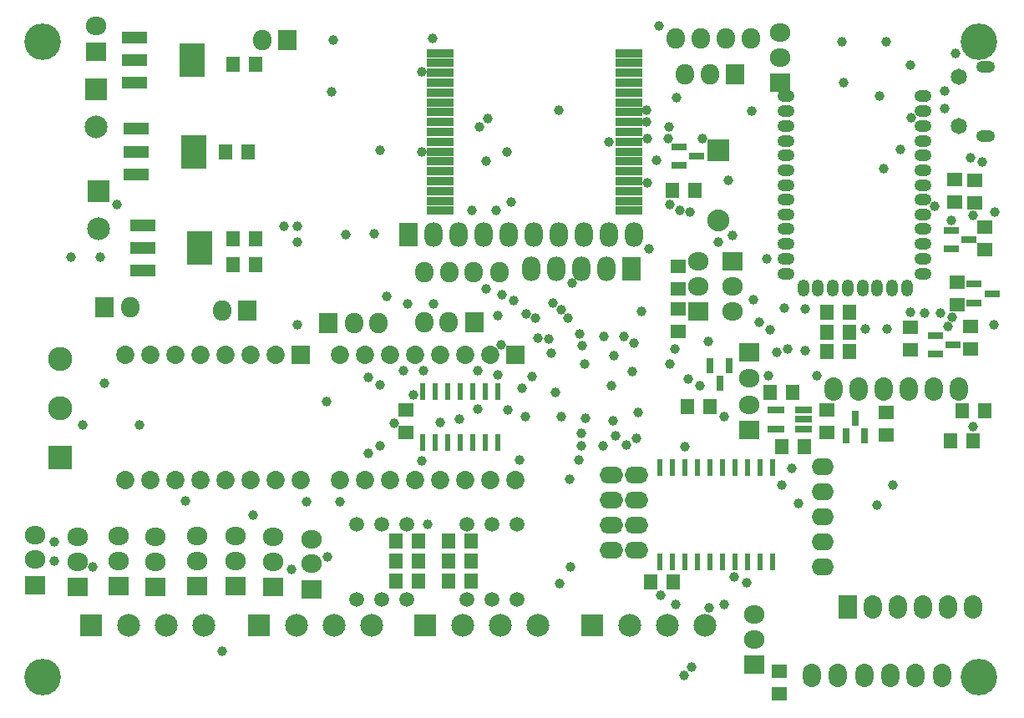
<source format=gbs>
G04*
G04 #@! TF.GenerationSoftware,Altium Limited,Altium Designer,18.1.6 (161)*
G04*
G04 Layer_Color=16711935*
%FSTAX24Y24*%
%MOIN*%
G70*
G01*
G75*
%ADD44R,0.0580X0.0630*%
%ADD45R,0.0630X0.0580*%
%ADD46O,0.0480X0.0680*%
%ADD47O,0.0680X0.0480*%
%ADD51R,0.1025X0.0474*%
%ADD52R,0.1025X0.1379*%
%ADD64R,0.0830X0.0730*%
%ADD65O,0.0830X0.0730*%
%ADD66C,0.0592*%
%ADD67O,0.0730X0.0980*%
%ADD68R,0.0730X0.0980*%
%ADD69C,0.1460*%
%ADD70C,0.0730*%
%ADD71R,0.0730X0.0730*%
%ADD72O,0.0730X0.0830*%
%ADD73O,0.0730X0.0930*%
%ADD74R,0.0730X0.0930*%
%ADD75R,0.0730X0.0830*%
%ADD76C,0.0880*%
%ADD77R,0.0880X0.0880*%
%ADD78O,0.0750X0.0480*%
%ADD79C,0.0320*%
%ADD80C,0.0650*%
%ADD81O,0.0940X0.0680*%
%ADD82C,0.0966*%
%ADD83R,0.0966X0.0966*%
%ADD84R,0.0907X0.0907*%
%ADD85C,0.0907*%
%ADD86R,0.0907X0.0907*%
%ADD87C,0.0395*%
%ADD119R,0.0210X0.0670*%
%ADD120R,0.0210X0.0710*%
%ADD122O,0.0880X0.0680*%
%ADD123R,0.0600X0.0300*%
%ADD124R,0.0300X0.0600*%
%ADD125R,0.1080X0.0336*%
%ADD126R,0.0680X0.0290*%
D44*
X01962Y048D02*
D03*
X01872D02*
D03*
X04151Y03273D02*
D03*
X04061D02*
D03*
X03627Y02733D02*
D03*
X03537D02*
D03*
X04013Y03488D02*
D03*
X04103D02*
D03*
X048705Y034145D02*
D03*
X047805D02*
D03*
X01872Y04D02*
D03*
X01962D02*
D03*
X01872Y04104D02*
D03*
X01962D02*
D03*
X03773Y03432D02*
D03*
X03683D02*
D03*
X028221Y02896D02*
D03*
X027321D02*
D03*
X028221Y02817D02*
D03*
X027321D02*
D03*
X028221Y02736D02*
D03*
X027321D02*
D03*
X0252D02*
D03*
X0261D02*
D03*
X0252Y02817D02*
D03*
X0261D02*
D03*
X0252Y02896D02*
D03*
X0261D02*
D03*
X047355Y03296D02*
D03*
X048255D02*
D03*
X0433Y03654D02*
D03*
X0424D02*
D03*
X0433Y03808D02*
D03*
X0424D02*
D03*
X0433Y037295D02*
D03*
X0424D02*
D03*
X03714Y04296D02*
D03*
X03624D02*
D03*
X01842Y044487D02*
D03*
X01932D02*
D03*
D45*
X0256Y03328D02*
D03*
Y03418D02*
D03*
X0476Y03928D02*
D03*
Y03838D02*
D03*
X04872Y0406D02*
D03*
Y0415D02*
D03*
X036475Y03824D02*
D03*
Y03734D02*
D03*
Y03902D02*
D03*
Y03992D02*
D03*
X04576Y0375D02*
D03*
Y0366D02*
D03*
X04816Y03752D02*
D03*
Y03662D02*
D03*
X048305Y042475D02*
D03*
Y043375D02*
D03*
X04752Y04248D02*
D03*
Y04338D02*
D03*
X042417Y034189D02*
D03*
Y033289D02*
D03*
X04478Y034095D02*
D03*
Y033195D02*
D03*
X04051Y022865D02*
D03*
Y023765D02*
D03*
D46*
X045625Y03906D02*
D03*
X045025D02*
D03*
X044425D02*
D03*
X04384D02*
D03*
X04324D02*
D03*
X04265D02*
D03*
X04206D02*
D03*
X04147D02*
D03*
D47*
X04625Y03964D02*
D03*
Y04021D02*
D03*
Y04081D02*
D03*
Y04141D02*
D03*
Y042D02*
D03*
Y042595D02*
D03*
Y04317D02*
D03*
Y04376D02*
D03*
Y04436D02*
D03*
Y04493D02*
D03*
Y04553D02*
D03*
Y04613D02*
D03*
Y04672D02*
D03*
X04079Y03964D02*
D03*
Y04021D02*
D03*
Y04081D02*
D03*
Y04141D02*
D03*
Y042D02*
D03*
Y042595D02*
D03*
Y04317D02*
D03*
Y04376D02*
D03*
Y04436D02*
D03*
Y04493D02*
D03*
Y04553D02*
D03*
Y04613D02*
D03*
Y04672D02*
D03*
D51*
X014778Y049066D02*
D03*
Y04816D02*
D03*
Y047254D02*
D03*
X015098Y039754D02*
D03*
Y04066D02*
D03*
Y041566D02*
D03*
X014858Y0436D02*
D03*
Y044505D02*
D03*
Y045411D02*
D03*
D52*
X017062Y04816D02*
D03*
X017382Y04066D02*
D03*
X017142Y044505D02*
D03*
D64*
X03952Y02403D02*
D03*
X02184Y02704D02*
D03*
X040545Y047265D02*
D03*
X03864Y04013D02*
D03*
X03931Y03648D02*
D03*
Y03339D02*
D03*
X013259Y0485D02*
D03*
X037292Y03812D02*
D03*
X0188Y02716D02*
D03*
X0125Y02712D02*
D03*
X0108Y0272D02*
D03*
X0156Y02712D02*
D03*
X01416Y02716D02*
D03*
X01728D02*
D03*
X02032Y02712D02*
D03*
D65*
X03952Y02504D02*
D03*
Y02602D02*
D03*
X02184Y02805D02*
D03*
Y02903D02*
D03*
X040545Y048275D02*
D03*
Y049255D02*
D03*
X03864Y03912D02*
D03*
Y03814D02*
D03*
X03931Y03547D02*
D03*
Y0344D02*
D03*
X013259Y04951D02*
D03*
X037292Y03913D02*
D03*
Y04011D02*
D03*
X0188Y02915D02*
D03*
Y02817D02*
D03*
X0125Y02911D02*
D03*
Y02813D02*
D03*
X0108Y02919D02*
D03*
Y02821D02*
D03*
X0156Y02911D02*
D03*
Y02813D02*
D03*
X01416Y02915D02*
D03*
Y02817D02*
D03*
X01728Y02915D02*
D03*
Y02817D02*
D03*
X02032Y02911D02*
D03*
Y02813D02*
D03*
D66*
X02804Y02663D02*
D03*
X02904D02*
D03*
X03004D02*
D03*
Y02963D02*
D03*
X02904D02*
D03*
X02804D02*
D03*
X02364D02*
D03*
X02464D02*
D03*
X02564D02*
D03*
Y02663D02*
D03*
X02464D02*
D03*
X02364D02*
D03*
D67*
X0327Y0412D02*
D03*
X0307D02*
D03*
X0287D02*
D03*
X0277D02*
D03*
X0267D02*
D03*
X0297D02*
D03*
X0317D02*
D03*
X0337D02*
D03*
X0347D02*
D03*
X0316Y03984D02*
D03*
X0326D02*
D03*
X0336D02*
D03*
X0306D02*
D03*
D68*
X0257Y0412D02*
D03*
X0346Y03984D02*
D03*
D69*
X04848Y04888D02*
D03*
Y02352D02*
D03*
X01112Y04888D02*
D03*
Y02352D02*
D03*
D70*
X02298Y031402D02*
D03*
X02398D02*
D03*
X02498D02*
D03*
X02598D02*
D03*
X02998D02*
D03*
X02898D02*
D03*
X02798D02*
D03*
X02898Y036402D02*
D03*
X02798D02*
D03*
X02298D02*
D03*
X02398D02*
D03*
X02498D02*
D03*
X02598D02*
D03*
X02698Y031402D02*
D03*
Y036402D02*
D03*
X01842Y036402D02*
D03*
Y031402D02*
D03*
X01742Y036402D02*
D03*
X01642D02*
D03*
X01542D02*
D03*
X01442D02*
D03*
X01942D02*
D03*
X02042D02*
D03*
X01942Y031402D02*
D03*
X02042D02*
D03*
X02142D02*
D03*
X01742D02*
D03*
X01642D02*
D03*
X01542D02*
D03*
X01442D02*
D03*
D71*
X02998Y036402D02*
D03*
X02142Y036402D02*
D03*
D72*
X026331Y0397D02*
D03*
X027341D02*
D03*
X028321D02*
D03*
X029331D02*
D03*
X027321Y03768D02*
D03*
X026341D02*
D03*
X0146Y0383D02*
D03*
X01827Y03816D02*
D03*
X02353Y037663D02*
D03*
X02451D02*
D03*
X03774Y0476D02*
D03*
X03676D02*
D03*
X036375Y04904D02*
D03*
X037385D02*
D03*
X038365D02*
D03*
X039375D02*
D03*
X01987Y04896D02*
D03*
D73*
X04268Y03504D02*
D03*
X04368D02*
D03*
X04468D02*
D03*
X04568D02*
D03*
X04668D02*
D03*
X04768D02*
D03*
X04824Y02632D02*
D03*
X04624D02*
D03*
X04524D02*
D03*
X04424D02*
D03*
X04724D02*
D03*
X047001Y0236D02*
D03*
X045951D02*
D03*
X044931D02*
D03*
X043901D02*
D03*
X042851D02*
D03*
X041801D02*
D03*
D74*
X04324Y02632D02*
D03*
D75*
X028331Y03768D02*
D03*
X01359Y0383D02*
D03*
X01928Y03816D02*
D03*
X02252Y037663D02*
D03*
X03875Y0476D02*
D03*
X02088Y04896D02*
D03*
D76*
X03808Y041773D02*
D03*
D77*
Y04456D02*
D03*
D78*
X048733Y047881D02*
D03*
Y045125D02*
D03*
D79*
X048868Y047881D02*
D03*
X048598D02*
D03*
X048868Y045125D02*
D03*
X048598D02*
D03*
D80*
X04767Y047488D02*
D03*
Y045519D02*
D03*
D81*
X0338Y0286D02*
D03*
Y0296D02*
D03*
Y0306D02*
D03*
Y0316D02*
D03*
X0348D02*
D03*
Y0306D02*
D03*
Y0296D02*
D03*
Y0286D02*
D03*
D82*
X011811Y034252D02*
D03*
Y03622D02*
D03*
D83*
Y032283D02*
D03*
D84*
X013339Y04291D02*
D03*
X013259Y04699D02*
D03*
D85*
X013339Y04141D02*
D03*
X013259Y04549D02*
D03*
X034542Y025579D02*
D03*
X036042D02*
D03*
X037542D02*
D03*
X02789D02*
D03*
X02939D02*
D03*
X03089D02*
D03*
X02125D02*
D03*
X02275D02*
D03*
X02425D02*
D03*
X01453D02*
D03*
X01603D02*
D03*
X01753D02*
D03*
D86*
X033042D02*
D03*
X02639D02*
D03*
X01975D02*
D03*
X01303D02*
D03*
D87*
X04824Y04197D02*
D03*
X049115Y04208D02*
D03*
X049078Y037585D02*
D03*
X014075Y0424D02*
D03*
X048255Y03354D02*
D03*
X039428Y046115D02*
D03*
X04156Y038237D02*
D03*
X012248Y040293D02*
D03*
X013414D02*
D03*
X04479Y048882D02*
D03*
X04576Y047965D02*
D03*
X043075Y047255D02*
D03*
X04301Y048905D02*
D03*
X01358Y035245D02*
D03*
X01499Y033605D02*
D03*
X012725Y0336D02*
D03*
X02129Y03759D02*
D03*
X022459Y03451D02*
D03*
X037009Y02392D02*
D03*
X0383Y026425D02*
D03*
X036365D02*
D03*
X035775Y026795D02*
D03*
X02969Y0342D02*
D03*
X030365Y033925D02*
D03*
X028485Y034235D02*
D03*
X027761Y03381D02*
D03*
X026975Y033705D02*
D03*
X03181Y03394D02*
D03*
X024355Y04121D02*
D03*
X02129Y04089D02*
D03*
Y041515D02*
D03*
X033825Y03517D02*
D03*
X035Y038135D02*
D03*
X044515Y04672D02*
D03*
X02928Y037945D02*
D03*
X025672Y038415D02*
D03*
X02671D02*
D03*
X024835Y038715D02*
D03*
X02992Y03856D02*
D03*
X03207Y03787D02*
D03*
X031818Y038183D02*
D03*
X031485Y03846D02*
D03*
X03432Y03712D02*
D03*
X030792Y037852D02*
D03*
X0304Y038035D02*
D03*
X03224Y039275D02*
D03*
X03278Y033843D02*
D03*
X032625Y03326D02*
D03*
X03399Y03316D02*
D03*
X03387Y033775D02*
D03*
X034416Y032796D02*
D03*
X03481Y03305D02*
D03*
X033465Y032775D02*
D03*
X03273Y036025D02*
D03*
X034645Y03574D02*
D03*
X03487Y034085D02*
D03*
X035295Y04062D02*
D03*
X035255Y04325D02*
D03*
X035605Y044145D02*
D03*
X04578Y045875D02*
D03*
X04533Y04458D02*
D03*
X026253Y044505D02*
D03*
X040015Y040235D02*
D03*
X04154Y036545D02*
D03*
X04086Y03664D02*
D03*
X039725Y037685D02*
D03*
X03263Y03676D02*
D03*
X032535Y03721D02*
D03*
X033915Y036364D02*
D03*
X025135Y03367D02*
D03*
X024113Y032454D02*
D03*
Y035483D02*
D03*
X024562Y03277D02*
D03*
X024572Y0352D02*
D03*
X040605Y031204D02*
D03*
X041015Y031863D02*
D03*
X04128Y030465D02*
D03*
X04755Y04844D02*
D03*
X037348Y035157D02*
D03*
X036135Y036025D02*
D03*
X03949Y038605D02*
D03*
X03635Y03664D02*
D03*
X03769Y036929D02*
D03*
X035255Y04502D02*
D03*
X03522Y04616D02*
D03*
X03261Y032765D02*
D03*
X030135Y03218D02*
D03*
X03252D02*
D03*
X024585Y044555D02*
D03*
X03616Y0424D02*
D03*
X026665Y04904D02*
D03*
X029635Y04448D02*
D03*
X031587Y03488D02*
D03*
X02592Y0348D02*
D03*
X02624Y03216D02*
D03*
X02647Y02963D02*
D03*
X02073Y04152D02*
D03*
X029795Y04248D02*
D03*
X028824Y044136D02*
D03*
X02824Y04216D02*
D03*
X0292D02*
D03*
X03608Y04504D02*
D03*
X03864Y04116D02*
D03*
X0288Y03904D02*
D03*
X02944Y0388D02*
D03*
X02624Y047677D02*
D03*
X02848Y03576D02*
D03*
X02632D02*
D03*
X02552D02*
D03*
X02266Y0469D02*
D03*
X02272Y048948D02*
D03*
X0232Y0412D02*
D03*
X03352Y03712D02*
D03*
X032168Y027942D02*
D03*
X03216Y03144D02*
D03*
X030637Y03552D02*
D03*
X031413Y036455D02*
D03*
X031302Y037018D02*
D03*
X03024Y035065D02*
D03*
X035708Y04951D02*
D03*
X04468Y04384D02*
D03*
X040143Y037377D02*
D03*
X048599Y04408D02*
D03*
X038083Y04088D02*
D03*
X03696Y04208D02*
D03*
X03656Y04216D02*
D03*
X042Y035551D02*
D03*
X03688Y03544D02*
D03*
X04008Y035551D02*
D03*
X04072Y038274D02*
D03*
X0404Y036498D02*
D03*
X029418Y03678D02*
D03*
X02928Y0356D02*
D03*
X03089Y037051D02*
D03*
X03176Y027243D02*
D03*
X037708Y026292D02*
D03*
X03472Y03686D02*
D03*
X04672Y04232D02*
D03*
X04816Y044257D02*
D03*
X047388Y04176D02*
D03*
X047426Y037893D02*
D03*
X04724Y03752D02*
D03*
X04696Y038046D02*
D03*
X04632D02*
D03*
X04576Y03808D02*
D03*
X0448Y03744D02*
D03*
X03832Y03392D02*
D03*
X043937Y03744D02*
D03*
X04712Y046922D02*
D03*
Y04624D02*
D03*
X03676Y03272D02*
D03*
X0337Y04488D02*
D03*
X0317Y04616D02*
D03*
X0352Y04568D02*
D03*
X02888Y04584D02*
D03*
X02856Y04549D02*
D03*
X0364Y04665D02*
D03*
X037438Y04504D02*
D03*
X036106Y045489D02*
D03*
X01952Y03D02*
D03*
X02163Y03054D02*
D03*
X01827Y02456D02*
D03*
X02298Y03054D02*
D03*
X0168Y03056D02*
D03*
X011579Y028939D02*
D03*
X03672Y0236D02*
D03*
X03872Y02752D02*
D03*
X039227Y02728D02*
D03*
X0444Y0304D02*
D03*
X04504Y0312D02*
D03*
X022492Y028341D02*
D03*
X02104Y02784D02*
D03*
X01312Y027942D02*
D03*
X011579Y02816D02*
D03*
X03848Y04336D02*
D03*
D119*
X026274Y032886D02*
D03*
X026774D02*
D03*
X027274D02*
D03*
X027774D02*
D03*
X028274D02*
D03*
X028774D02*
D03*
X029274D02*
D03*
Y034936D02*
D03*
X028774D02*
D03*
X028274D02*
D03*
X027774D02*
D03*
X027274D02*
D03*
X026774D02*
D03*
X026274D02*
D03*
D120*
X03575Y03188D02*
D03*
X03625D02*
D03*
X03675D02*
D03*
X03725D02*
D03*
X03775D02*
D03*
X03825D02*
D03*
X03875D02*
D03*
X03925D02*
D03*
X03975D02*
D03*
X04025D02*
D03*
Y02812D02*
D03*
X03975D02*
D03*
X03925D02*
D03*
X03875D02*
D03*
X03825D02*
D03*
X03775D02*
D03*
X03725D02*
D03*
X03675D02*
D03*
X03625D02*
D03*
X03575D02*
D03*
D122*
X04224Y02792D02*
D03*
Y02892D02*
D03*
Y02992D02*
D03*
Y03092D02*
D03*
Y03192D02*
D03*
D123*
X047439Y0368D02*
D03*
X046733Y037175D02*
D03*
Y036425D02*
D03*
X048094Y041D02*
D03*
X047388Y041375D02*
D03*
Y040625D02*
D03*
X048999Y038835D02*
D03*
X048293Y03921D02*
D03*
Y03846D02*
D03*
X037224Y04432D02*
D03*
X036518Y044695D02*
D03*
Y043945D02*
D03*
D124*
X038135Y035259D02*
D03*
X03851Y035965D02*
D03*
X03776D02*
D03*
X04355Y033869D02*
D03*
X043175Y033163D02*
D03*
X043925D02*
D03*
D125*
X026969Y048442D02*
D03*
Y048049D02*
D03*
Y047655D02*
D03*
Y047261D02*
D03*
Y046867D02*
D03*
Y046474D02*
D03*
Y04608D02*
D03*
Y045686D02*
D03*
Y045293D02*
D03*
Y044899D02*
D03*
Y044505D02*
D03*
Y044111D02*
D03*
Y043718D02*
D03*
Y043324D02*
D03*
Y04293D02*
D03*
Y042537D02*
D03*
Y042143D02*
D03*
X0345Y048442D02*
D03*
Y048049D02*
D03*
Y047655D02*
D03*
Y047261D02*
D03*
Y046867D02*
D03*
Y046474D02*
D03*
Y04608D02*
D03*
Y045686D02*
D03*
Y045293D02*
D03*
Y044899D02*
D03*
Y044505D02*
D03*
Y044111D02*
D03*
Y043718D02*
D03*
Y043324D02*
D03*
Y04293D02*
D03*
Y042537D02*
D03*
Y042143D02*
D03*
D126*
X041467Y034189D02*
D03*
Y033815D02*
D03*
Y033441D02*
D03*
X040373Y034189D02*
D03*
Y033441D02*
D03*
M02*

</source>
